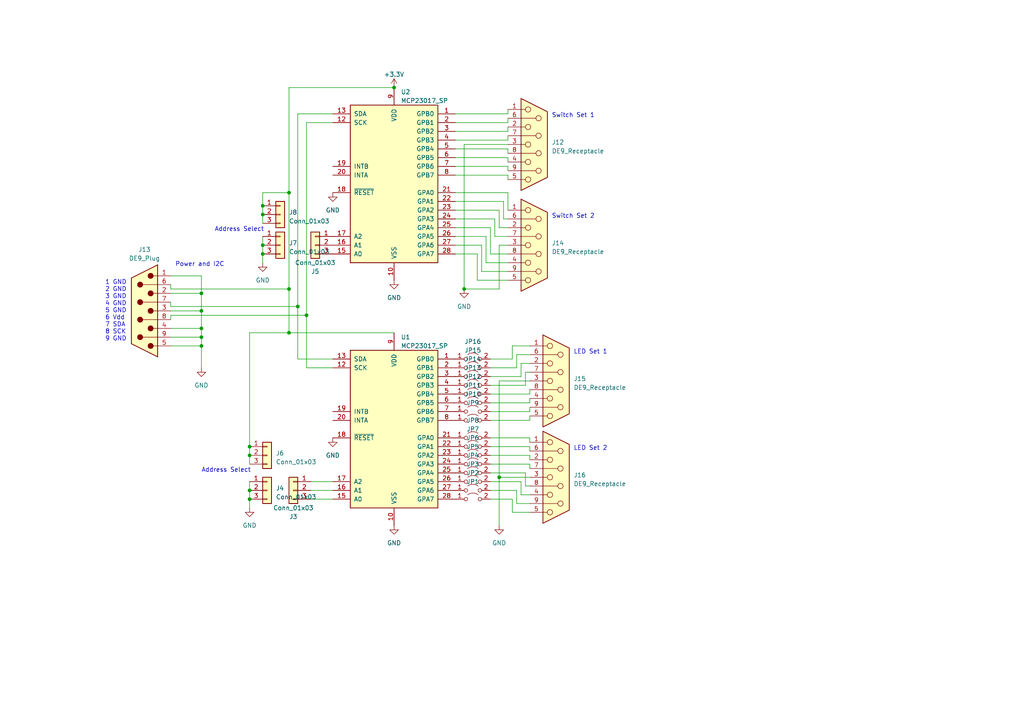
<source format=kicad_sch>
(kicad_sch (version 20230121) (generator eeschema)
  (paper "A4")
  (title_block (title "16 Switch, 16 LED I/O Board") (date "28-May-2023") (rev "-"))
  (lib_symbols
    (symbol "Connector:DE9_Plug" (pin_names (offset 1.016) hide)
      (property "Reference" "J" (at 0 13.97 0))
      (property "Value" "DE9_Plug" (at 0 -14.605 0))
      (symbol "DE9_Plug_0_1"
        (circle (center -1.778 -10.16) (radius 0.762) (fill (type outline)))
        (circle (center -1.778 -5.08) (radius 0.762) (fill (type outline)))
        (circle (center -1.778 0) (radius 0.762) (fill (type outline)))
        (circle (center -1.778 5.08) (radius 0.762) (fill (type outline)))
        (circle (center -1.778 10.16) (radius 0.762) (fill (type outline)))
        (polyline (pts (xy -3.81 -10.16) (xy -2.54 -10.16)))
        (polyline (pts (xy -3.81 -7.62) (xy 0.508 -7.62)))
        (polyline (pts (xy -3.81 -5.08) (xy -2.54 -5.08)))
        (polyline (pts (xy -3.81 -2.54) (xy 0.508 -2.54)))
        (polyline (pts (xy -3.81 0) (xy -2.54 0)))
        (polyline (pts (xy -3.81 2.54) (xy 0.508 2.54)))
        (polyline (pts (xy -3.81 5.08) (xy -2.54 5.08)))
        (polyline (pts (xy -3.81 7.62) (xy 0.508 7.62)))
        (polyline (pts (xy -3.81 10.16) (xy -2.54 10.16)))
        (polyline (pts (xy -3.81 -13.335) (xy -3.81 13.335) (xy 3.81 9.525) (xy 3.81 -9.525) (xy -3.81 -13.335)) (stroke (width 0.254)) (fill (type background)))
        (circle (center 1.27 -7.62) (radius 0.762) (fill (type outline)))
        (circle (center 1.27 -2.54) (radius 0.762) (fill (type outline)))
        (circle (center 1.27 2.54) (radius 0.762) (fill (type outline)))
        (circle (center 1.27 7.62) (radius 0.762) (fill (type outline)))
      )
      (symbol "DE9_Plug_1_1"
        (pin passive line (at -7.62 -10.16 0) (length 3.81) (name "1") (number "1"))
        (pin passive line (at -7.62 -5.08 0) (length 3.81) (name "2") (number "2"))
        (pin passive line (at -7.62 0 0) (length 3.81) (name "3") (number "3"))
        (pin passive line (at -7.62 5.08 0) (length 3.81) (name "4") (number "4"))
        (pin passive line (at -7.62 10.16 0) (length 3.81) (name "5") (number "5"))
        (pin passive line (at -7.62 -7.62 0) (length 3.81) (name "6") (number "6"))
        (pin passive line (at -7.62 -2.54 0) (length 3.81) (name "7") (number "7"))
        (pin passive line (at -7.62 2.54 0) (length 3.81) (name "8") (number "8"))
        (pin passive line (at -7.62 7.62 0) (length 3.81) (name "9") (number "9"))
      )
    )
    (symbol "Connector:DE9_Receptacle" (pin_names (offset 1.016) hide)
      (property "Reference" "J" (at 0 13.97 0))
      (property "Value" "DE9_Receptacle" (at 0 -14.605 0))
      (symbol "DE9_Receptacle_0_1"
        (circle (center -1.778 -10.16) (radius 0.762))
        (circle (center -1.778 -5.08) (radius 0.762))
        (circle (center -1.778 0) (radius 0.762))
        (circle (center -1.778 5.08) (radius 0.762))
        (circle (center -1.778 10.16) (radius 0.762))
        (polyline (pts (xy -3.81 -10.16) (xy -2.54 -10.16)))
        (polyline (pts (xy -3.81 -7.62) (xy 0.508 -7.62)))
        (polyline (pts (xy -3.81 -5.08) (xy -2.54 -5.08)))
        (polyline (pts (xy -3.81 -2.54) (xy 0.508 -2.54)))
        (polyline (pts (xy -3.81 0) (xy -2.54 0)))
        (polyline (pts (xy -3.81 2.54) (xy 0.508 2.54)))
        (polyline (pts (xy -3.81 5.08) (xy -2.54 5.08)))
        (polyline (pts (xy -3.81 7.62) (xy 0.508 7.62)))
        (polyline (pts (xy -3.81 10.16) (xy -2.54 10.16)))
        (polyline (pts (xy -3.81 13.335) (xy -3.81 -13.335) (xy 3.81 -9.525) (xy 3.81 9.525) (xy -3.81 13.335)) (stroke (width 0.254)) (fill (type background)))
        (circle (center 1.27 -7.62) (radius 0.762))
        (circle (center 1.27 -2.54) (radius 0.762))
        (circle (center 1.27 2.54) (radius 0.762))
        (circle (center 1.27 7.62) (radius 0.762))
      )
      (symbol "DE9_Receptacle_1_1"
        (pin passive line (at -7.62 10.16 0) (length 3.81) (name "1") (number "1"))
        (pin passive line (at -7.62 5.08 0) (length 3.81) (name "2") (number "2"))
        (pin passive line (at -7.62 0 0) (length 3.81) (name "3") (number "3"))
        (pin passive line (at -7.62 -5.08 0) (length 3.81) (name "4") (number "4"))
        (pin passive line (at -7.62 -10.16 0) (length 3.81) (name "5") (number "5"))
        (pin passive line (at -7.62 7.62 0) (length 3.81) (name "6") (number "6"))
        (pin passive line (at -7.62 2.54 0) (length 3.81) (name "7") (number "7"))
        (pin passive line (at -7.62 -2.54 0) (length 3.81) (name "8") (number "8"))
        (pin passive line (at -7.62 -7.62 0) (length 3.81) (name "9") (number "9"))
      )
    )
    (symbol "Connector_Generic:Conn_01x03" (pin_names (offset 1.016) hide)
      (property "Reference" "J" (at 0 5.08 0))
      (property "Value" "Conn_01x03" (at 0 -5.08 0))
      (symbol "Conn_01x03_1_1"
        (rectangle (start -1.27 -2.413) (end 0 -2.667) (stroke (width 0.1524)))
        (rectangle (start -1.27 0.127) (end 0 -0.127) (stroke (width 0.1524)))
        (rectangle (start -1.27 2.667) (end 0 2.413) (stroke (width 0.1524)))
        (rectangle (start -1.27 3.81) (end 1.27 -3.81) (stroke (width 0.254)) (fill (type background)))
        (pin passive line (at -5.08 2.54 0) (length 3.81) (name "Pin_1") (number "1"))
        (pin passive line (at -5.08 0 0) (length 3.81) (name "Pin_2") (number "2"))
        (pin passive line (at -5.08 -2.54 0) (length 3.81) (name "Pin_3") (number "3"))
      )
    )
    (symbol "Interface_Expansion:MCP23017_SP" (pin_names (offset 1.016))
      (property "Reference" "U" (at -11.43 24.13 0))
      (property "Value" "MCP23017_SP" (at 0 0 0))
      (symbol "MCP23017_SP_0_1"
        (rectangle (start -12.7 22.86) (end 12.7 -22.86) (stroke (width 0.254)) (fill (type background)))
      )
      (symbol "MCP23017_SP_1_1"
        (pin bidirectional line (at 17.78 20.32 180) (length 5.08) (name "GPB0") (number "1"))
        (pin power_in line (at 0 -27.94 90) (length 5.08) (name "VSS") (number "10"))
        (pin no_connect line (at -12.7 15.24 0) (length 5.08) hide (name "NC") (number "11"))
        (pin input line (at -17.78 17.78 0) (length 5.08) (name "SCK") (number "12"))
        (pin bidirectional line (at -17.78 20.32 0) (length 5.08) (name "SDA") (number "13"))
        (pin no_connect line (at -12.7 12.7 0) (length 5.08) hide (name "NC") (number "14"))
        (pin input line (at -17.78 -20.32 0) (length 5.08) (name "A0") (number "15"))
        (pin input line (at -17.78 -17.78 0) (length 5.08) (name "A1") (number "16"))
        (pin input line (at -17.78 -15.24 0) (length 5.08) (name "A2") (number "17"))
        (pin input line (at -17.78 -2.54 0) (length 5.08) (name "~{RESET}") (number "18"))
        (pin tri_state line (at -17.78 5.08 0) (length 5.08) (name "INTB") (number "19"))
        (pin bidirectional line (at 17.78 17.78 180) (length 5.08) (name "GPB1") (number "2"))
        (pin tri_state line (at -17.78 2.54 0) (length 5.08) (name "INTA") (number "20"))
        (pin bidirectional line (at 17.78 -2.54 180) (length 5.08) (name "GPA0") (number "21"))
        (pin bidirectional line (at 17.78 -5.08 180) (length 5.08) (name "GPA1") (number "22"))
        (pin bidirectional line (at 17.78 -7.62 180) (length 5.08) (name "GPA2") (number "23"))
        (pin bidirectional line (at 17.78 -10.16 180) (length 5.08) (name "GPA3") (number "24"))
        (pin bidirectional line (at 17.78 -12.7 180) (length 5.08) (name "GPA4") (number "25"))
        (pin bidirectional line (at 17.78 -15.24 180) (length 5.08) (name "GPA5") (number "26"))
        (pin bidirectional line (at 17.78 -17.78 180) (length 5.08) (name "GPA6") (number "27"))
        (pin bidirectional line (at 17.78 -20.32 180) (length 5.08) (name "GPA7") (number "28"))
        (pin bidirectional line (at 17.78 15.24 180) (length 5.08) (name "GPB2") (number "3"))
        (pin bidirectional line (at 17.78 12.7 180) (length 5.08) (name "GPB3") (number "4"))
        (pin bidirectional line (at 17.78 10.16 180) (length 5.08) (name "GPB4") (number "5"))
        (pin bidirectional line (at 17.78 7.62 180) (length 5.08) (name "GPB5") (number "6"))
        (pin bidirectional line (at 17.78 5.08 180) (length 5.08) (name "GPB6") (number "7"))
        (pin bidirectional line (at 17.78 2.54 180) (length 5.08) (name "GPB7") (number "8"))
        (pin power_in line (at 0 27.94 270) (length 5.08) (name "VDD") (number "9"))
      )
    )
    (symbol "Jumper:Jumper_2_Open" (pin_names (offset 0) hide)
      (property "Reference" "JP" (at 0 2.794 0))
      (property "Value" "Jumper_2_Open" (at 0 -2.286 0))
      (symbol "Jumper_2_Open_0_0"
        (circle (center -2.032 0) (radius 0.508))
        (circle (center 2.032 0) (radius 0.508))
      )
      (symbol "Jumper_2_Open_0_1"
        (arc (start 1.524 1.27) (mid 0 1.778) (end -1.524 1.27))
      )
      (symbol "Jumper_2_Open_1_1"
        (pin passive line (at -5.08 0 0) (length 2.54) (name "A") (number "1"))
        (pin passive line (at 5.08 0 180) (length 2.54) (name "B") (number "2"))
      )
    )
    (symbol "power:+3.3V" (power) (pin_names (offset 0))
      (property "Value" "+3.3V" (at 0 3.556 0))
      (symbol "+3.3V_0_1"
        (polyline (pts (xy -0.762 1.27) (xy 0 2.54)))
        (polyline (pts (xy 0 0) (xy 0 2.54)))
        (polyline (pts (xy 0 2.54) (xy 0.762 1.27)))
      )
      (symbol "+3.3V_1_1"
        (pin power_in line (at 0 0 90) (length 0) hide (name "+3.3V") (number "1"))
      )
    )
    (symbol "power:GND" (power) (pin_names (offset 0))
      (property "Value" "GND" (at 0 -3.81 0))
      (symbol "GND_0_1"
        (polyline (pts (xy 0 0) (xy 0 -1.27) (xy 1.27 -1.27) (xy 0 -2.54) (xy -1.27 -1.27) (xy 0 -1.27)))
      )
      (symbol "GND_1_1"
        (pin power_in line (at 0 0 270) (length 0) hide (name "GND") (number "1"))
      )
    )
  )
  (junction (at 76.2 71.12))
  (junction (at 144.78 138.43))
  (junction (at 72.39 129.54))
  (junction (at 76.2 59.69))
  (junction (at 88.9 91.44))
  (junction (at 76.2 62.23))
  (junction (at 58.42 100.33))
  (junction (at 134.62 83.82))
  (junction (at 58.42 97.79))
  (junction (at 83.82 55.88))
  (junction (at 58.42 95.25))
  (junction (at 72.39 132.08))
  (junction (at 114.3 25.4))
  (junction (at 72.39 142.24))
  (junction (at 58.42 90.17))
  (junction (at 83.82 96.52))
  (junction (at 83.82 83.82))
  (junction (at 72.39 144.78))
  (junction (at 76.2 73.66))
  (junction (at 58.42 85.09))
  (junction (at 86.36 88.9))
  (wire (pts (xy 49.53 83.82) (xy 49.53 82.55)))
  (wire (pts (xy 58.42 80.01) (xy 58.42 85.09)))
  (wire (pts (xy 149.86 146.05) (xy 153.67 146.05)))
  (wire (pts (xy 76.2 59.69) (xy 76.2 62.23)))
  (wire (pts (xy 142.24 121.92) (xy 153.67 121.92)))
  (wire (pts (xy 132.08 63.5) (xy 143.51 63.5)))
  (wire (pts (xy 142.24 111.76) (xy 152.4 111.76)))
  (wire (pts (xy 153.67 121.92) (xy 153.67 120.65)))
  (wire (pts (xy 132.08 50.8) (xy 147.32 50.8)))
  (wire (pts (xy 142.24 104.14) (xy 148.59 104.14)))
  (wire (pts (xy 142.24 142.24) (xy 149.86 142.24)))
  (wire (pts (xy 76.2 68.58) (xy 76.2 71.12)))
  (wire (pts (xy 72.39 96.52) (xy 83.82 96.52)))
  (wire (pts (xy 132.08 68.58) (xy 140.97 68.58)))
  (wire (pts (xy 148.59 104.14) (xy 148.59 100.33)))
  (wire (pts (xy 144.78 66.04) (xy 147.32 66.04)))
  (wire (pts (xy 142.24 114.3) (xy 153.67 114.3)))
  (wire (pts (xy 153.67 132.08) (xy 153.67 133.35)))
  (wire (pts (xy 88.9 106.68) (xy 96.52 106.68)))
  (wire (pts (xy 132.08 55.88) (xy 147.32 55.88)))
  (wire (pts (xy 146.05 63.5) (xy 147.32 63.5)))
  (wire (pts (xy 147.32 48.26) (xy 147.32 49.53)))
  (wire (pts (xy 132.08 58.42) (xy 146.05 58.42)))
  (wire (pts (xy 152.4 107.95) (xy 153.67 107.95)))
  (wire (pts (xy 142.24 137.16) (xy 152.4 137.16)))
  (wire (pts (xy 76.2 71.12) (xy 76.2 73.66)))
  (wire (pts (xy 149.86 142.24) (xy 149.86 146.05)))
  (wire (pts (xy 147.32 40.64) (xy 147.32 39.37)))
  (wire (pts (xy 140.97 76.2) (xy 147.32 76.2)))
  (wire (pts (xy 86.36 88.9) (xy 86.36 104.14)))
  (wire (pts (xy 147.32 43.18) (xy 147.32 44.45)))
  (wire (pts (xy 83.82 55.88) (xy 83.82 83.82)))
  (wire (pts (xy 72.39 142.24) (xy 72.39 144.78)))
  (wire (pts (xy 83.82 83.82) (xy 83.82 96.52)))
  (wire (pts (xy 49.53 100.33) (xy 58.42 100.33)))
  (wire (pts (xy 149.86 102.87) (xy 153.67 102.87)))
  (wire (pts (xy 132.08 43.18) (xy 147.32 43.18)))
  (wire (pts (xy 49.53 91.44) (xy 49.53 92.71)))
  (wire (pts (xy 144.78 138.43) (xy 144.78 152.4)))
  (wire (pts (xy 142.24 109.22) (xy 151.13 109.22)))
  (wire (pts (xy 72.39 132.08) (xy 72.39 134.62)))
  (wire (pts (xy 142.24 132.08) (xy 153.67 132.08)))
  (wire (pts (xy 96.52 33.02) (xy 86.36 33.02)))
  (wire (pts (xy 144.78 138.43) (xy 153.67 138.43)))
  (wire (pts (xy 142.24 127) (xy 153.67 127)))
  (wire (pts (xy 49.53 91.44) (xy 88.9 91.44)))
  (wire (pts (xy 147.32 45.72) (xy 147.32 46.99)))
  (wire (pts (xy 142.24 66.04) (xy 142.24 73.66)))
  (wire (pts (xy 49.53 85.09) (xy 58.42 85.09)))
  (wire (pts (xy 142.24 106.68) (xy 149.86 106.68)))
  (wire (pts (xy 143.51 68.58) (xy 147.32 68.58)))
  (wire (pts (xy 49.53 88.9) (xy 86.36 88.9)))
  (wire (pts (xy 151.13 105.41) (xy 153.67 105.41)))
  (wire (pts (xy 151.13 143.51) (xy 153.67 143.51)))
  (wire (pts (xy 49.53 95.25) (xy 58.42 95.25)))
  (wire (pts (xy 138.43 73.66) (xy 138.43 81.28)))
  (wire (pts (xy 153.67 119.38) (xy 153.67 118.11)))
  (wire (pts (xy 83.82 25.4) (xy 114.3 25.4)))
  (wire (pts (xy 153.67 134.62) (xy 153.67 135.89)))
  (wire (pts (xy 132.08 35.56) (xy 147.32 35.56)))
  (wire (pts (xy 132.08 48.26) (xy 147.32 48.26)))
  (wire (pts (xy 152.4 140.97) (xy 153.67 140.97)))
  (wire (pts (xy 132.08 40.64) (xy 147.32 40.64)))
  (wire (pts (xy 142.24 116.84) (xy 153.67 116.84)))
  (wire (pts (xy 72.39 129.54) (xy 72.39 132.08)))
  (wire (pts (xy 72.39 139.7) (xy 72.39 142.24)))
  (wire (pts (xy 86.36 104.14) (xy 96.52 104.14)))
  (wire (pts (xy 144.78 71.12) (xy 144.78 83.82)))
  (wire (pts (xy 132.08 38.1) (xy 147.32 38.1)))
  (wire (pts (xy 142.24 144.78) (xy 148.59 144.78)))
  (wire (pts (xy 142.24 73.66) (xy 147.32 73.66)))
  (wire (pts (xy 96.52 35.56) (xy 88.9 35.56)))
  (wire (pts (xy 142.24 139.7) (xy 151.13 139.7)))
  (wire (pts (xy 148.59 144.78) (xy 148.59 148.59)))
  (wire (pts (xy 72.39 144.78) (xy 72.39 147.32)))
  (wire (pts (xy 58.42 95.25) (xy 58.42 97.79)))
  (wire (pts (xy 86.36 33.02) (xy 86.36 88.9)))
  (wire (pts (xy 147.32 55.88) (xy 147.32 60.96)))
  (wire (pts (xy 153.67 129.54) (xy 153.67 130.81)))
  (wire (pts (xy 148.59 148.59) (xy 153.67 148.59)))
  (wire (pts (xy 146.05 58.42) (xy 146.05 63.5)))
  (wire (pts (xy 49.53 97.79) (xy 58.42 97.79)))
  (wire (pts (xy 58.42 97.79) (xy 58.42 100.33)))
  (wire (pts (xy 58.42 90.17) (xy 58.42 95.25)))
  (wire (pts (xy 88.9 35.56) (xy 88.9 91.44)))
  (wire (pts (xy 147.32 33.02) (xy 147.32 31.75)))
  (wire (pts (xy 76.2 59.69) (xy 76.2 55.88)))
  (wire (pts (xy 153.67 127) (xy 153.67 128.27)))
  (wire (pts (xy 152.4 137.16) (xy 152.4 140.97)))
  (wire (pts (xy 144.78 60.96) (xy 144.78 66.04)))
  (wire (pts (xy 49.53 80.01) (xy 58.42 80.01)))
  (wire (pts (xy 49.53 88.9) (xy 49.53 87.63)))
  (wire (pts (xy 132.08 73.66) (xy 138.43 73.66)))
  (wire (pts (xy 83.82 55.88) (xy 83.82 25.4)))
  (wire (pts (xy 76.2 62.23) (xy 76.2 64.77)))
  (wire (pts (xy 143.51 63.5) (xy 143.51 68.58)))
  (wire (pts (xy 49.53 83.82) (xy 83.82 83.82)))
  (wire (pts (xy 134.62 41.91) (xy 134.62 83.82)))
  (wire (pts (xy 153.67 114.3) (xy 153.67 113.03)))
  (wire (pts (xy 151.13 139.7) (xy 151.13 143.51)))
  (wire (pts (xy 147.32 38.1) (xy 147.32 36.83)))
  (wire (pts (xy 90.17 142.24) (xy 96.52 142.24)))
  (wire (pts (xy 153.67 116.84) (xy 153.67 115.57)))
  (wire (pts (xy 58.42 100.33) (xy 58.42 106.68)))
  (wire (pts (xy 148.59 100.33) (xy 153.67 100.33)))
  (wire (pts (xy 151.13 109.22) (xy 151.13 105.41)))
  (wire (pts (xy 140.97 68.58) (xy 140.97 76.2)))
  (wire (pts (xy 134.62 41.91) (xy 147.32 41.91)))
  (wire (pts (xy 142.24 129.54) (xy 153.67 129.54)))
  (wire (pts (xy 147.32 71.12) (xy 144.78 71.12)))
  (wire (pts (xy 72.39 129.54) (xy 72.39 96.52)))
  (wire (pts (xy 132.08 33.02) (xy 147.32 33.02)))
  (wire (pts (xy 153.67 110.49) (xy 144.78 110.49)))
  (wire (pts (xy 76.2 73.66) (xy 76.2 76.2)))
  (wire (pts (xy 149.86 106.68) (xy 149.86 102.87)))
  (wire (pts (xy 132.08 71.12) (xy 139.7 71.12)))
  (wire (pts (xy 142.24 119.38) (xy 153.67 119.38)))
  (wire (pts (xy 132.08 45.72) (xy 147.32 45.72)))
  (wire (pts (xy 139.7 71.12) (xy 139.7 78.74)))
  (wire (pts (xy 90.17 139.7) (xy 96.52 139.7)))
  (wire (pts (xy 139.7 78.74) (xy 147.32 78.74)))
  (wire (pts (xy 152.4 111.76) (xy 152.4 107.95)))
  (wire (pts (xy 132.08 66.04) (xy 142.24 66.04)))
  (wire (pts (xy 76.2 55.88) (xy 83.82 55.88)))
  (wire (pts (xy 138.43 81.28) (xy 147.32 81.28)))
  (wire (pts (xy 58.42 85.09) (xy 58.42 90.17)))
  (wire (pts (xy 88.9 91.44) (xy 88.9 106.68)))
  (wire (pts (xy 49.53 90.17) (xy 58.42 90.17)))
  (wire (pts (xy 132.08 60.96) (xy 144.78 60.96)))
  (wire (pts (xy 144.78 110.49) (xy 144.78 138.43)))
  (wire (pts (xy 147.32 50.8) (xy 147.32 52.07)))
  (wire (pts (xy 90.17 144.78) (xy 96.52 144.78)))
  (wire (pts (xy 114.3 96.52) (xy 83.82 96.52)))
  (wire (pts (xy 134.62 83.82) (xy 144.78 83.82)))
  (wire (pts (xy 147.32 35.56) (xy 147.32 34.29)))
  (wire (pts (xy 142.24 134.62) (xy 153.67 134.62)))
  (text "1 GND\n2 GND\n3 GND\n4 GND\n5 GND\n6 Vdd\n7 SDA\n8 SCK\n9 GND" (at 30.48 99.06 0) (effects (font (size 1.27 1.27)) (justify left bottom)))
  (text "Power and I2C" (at 50.8 77.47 0) (effects (font (size 1.27 1.27)) (justify left bottom)))
  (text "Switch Set 1" (at 160.02 34.29 0) (effects (font (size 1.27 1.27)) (justify left bottom)))
  (text "Address Select" (at 58.42 137.16 0) (effects (font (size 1.27 1.27)) (justify left bottom)))
  (text "Address Select" (at 62.23 67.31 0) (effects (font (size 1.27 1.27)) (justify left bottom)))
  (text "LED Set 1" (at 166.37 102.87 0) (effects (font (size 1.27 1.27)) (justify left bottom)))
  (text "LED Set 2" (at 166.37 130.81 0) (effects (font (size 1.27 1.27)) (justify left bottom)))
  (text "Switch Set 2" (at 160.02 63.5 0) (effects (font (size 1.27 1.27)) (justify left bottom)))
  (symbol (lib_id "Jumper:Jumper_2_Open") (at 137.16 111.76 0) (unit 1)
    (property "Reference" "JP13" (at 137.16 106.68 0))
    (property "Value" "Jumper_2_Open" (effects hide))
    (property "Footprint" "Resistor_THT:R_Axial_DIN0207_L6.3mm_D2.5mm_P10.16mm_Horizontal" (effects hide))
  )
  (symbol (lib_id "Jumper:Jumper_2_Open") (at 137.16 142.24 0) (unit 1)
    (property "Reference" "JP2" (at 137.16 137.16 0))
    (property "Value" "Jumper_2_Open" (effects hide))
    (property "Footprint" "Resistor_THT:R_Axial_DIN0207_L6.3mm_D2.5mm_P10.16mm_Horizontal" (effects hide))
  )
  (symbol (lib_id "Jumper:Jumper_2_Open") (at 137.16 129.54 0) (unit 1)
    (property "Reference" "JP7" (at 137.16 124.46 0))
    (property "Value" "Jumper_2_Open" (effects hide))
    (property "Footprint" "Resistor_THT:R_Axial_DIN0207_L6.3mm_D2.5mm_P10.16mm_Horizontal" (effects hide))
  )
  (symbol (lib_id "Interface_Expansion:MCP23017_SP") (at 114.3 53.34 0) (unit 1)
    (property "Reference" "U2" (at 116.2559 26.67 0) (effects (justify left)))
    (property "Value" "MCP23017_SP" (at 116.2559 29.21 0) (effects (justify left)))
    (property "Footprint" "Package_DIP:DIP-28_W7.62mm" (effects hide))
    (property "Datasheet" "http://ww1.microchip.com/downloads/en/DeviceDoc/20001952C.pdf" (effects hide))
  )
  (symbol (lib_id "Jumper:Jumper_2_Open") (at 137.16 119.38 0) (unit 1)
    (property "Reference" "JP10" (at 137.16 114.3 0))
    (property "Value" "Jumper_2_Open" (effects hide))
    (property "Footprint" "Resistor_THT:R_Axial_DIN0207_L6.3mm_D2.5mm_P10.16mm_Horizontal" (effects hide))
  )
  (symbol (lib_id "Jumper:Jumper_2_Open") (at 137.16 137.16 0) (unit 1)
    (property "Reference" "JP4" (at 137.16 132.08 0))
    (property "Value" "Jumper_2_Open" (effects hide))
    (property "Footprint" "Resistor_THT:R_Axial_DIN0207_L6.3mm_D2.5mm_P10.16mm_Horizontal" (effects hide))
  )
  (symbol (lib_id "power:+3.3V") (at 114.3 25.4 0) (unit 1)
    (property "Reference" "#PWR01" (effects hide))
    (property "Value" "+3.3V" (at 114.3 21.59 0))
  )
  (symbol (lib_id "Connector_Generic:Conn_01x03") (at 81.28 62.23 0) (unit 1)
    (property "Reference" "J8" (at 83.82 61.595 0) (effects (justify left)))
    (property "Value" "Conn_01x03" (at 83.82 64.135 0) (effects (justify left)))
    (property "Footprint" "Connector_PinSocket_2.54mm:PinSocket_1x03_P2.54mm_Vertical" (effects hide))
  )
  (symbol (lib_id "power:GND") (at 72.39 147.32 0) (unit 1)
    (property "Reference" "#PWR02" (effects hide))
    (property "Value" "GND" (at 72.39 152.4 0))
  )
  (symbol (lib_id "Jumper:Jumper_2_Open") (at 137.16 144.78 0) (unit 1)
    (property "Reference" "JP1" (at 137.16 139.7 0))
    (property "Value" "Jumper_2_Open" (effects hide))
    (property "Footprint" "Resistor_THT:R_Axial_DIN0207_L6.3mm_D2.5mm_P10.16mm_Horizontal" (effects hide))
  )
  (symbol (lib_id "Connector:DE9_Plug") (at 41.91 90.17 180) (unit 1)
    (property "Reference" "J13" (at 41.91 72.39 0))
    (property "Value" "DE9_Plug" (at 41.91 74.93 0))
    (property "Footprint" "Connector_Dsub:DSUB-9_Male_Horizontal_P2.77x2.84mm_EdgePinOffset4.94mm_Housed_MountingHolesOffset7.48mm" (effects hide))
    (property "Datasheet" " ~" (effects hide))
  )
  (symbol (lib_id "Jumper:Jumper_2_Open") (at 137.16 134.62 0) (unit 1)
    (property "Reference" "JP5" (at 137.16 129.54 0))
    (property "Value" "Jumper_2_Open" (effects hide))
    (property "Footprint" "Resistor_THT:R_Axial_DIN0207_L6.3mm_D2.5mm_P10.16mm_Horizontal" (effects hide))
  )
  (symbol (lib_id "Connector:DE9_Receptacle") (at 161.29 138.43 0) (unit 1)
    (property "Reference" "J16" (at 166.37 137.795 0) (effects (justify left)))
    (property "Value" "DE9_Receptacle" (at 166.37 140.335 0) (effects (justify left)))
    (property "Footprint" "Connector_Dsub:DSUB-9_Female_Vertical_P2.77x2.84mm" (effects hide))
    (property "Datasheet" " ~" (effects hide))
  )
  (symbol (lib_id "power:GND") (at 96.52 55.88 0) (unit 1)
    (property "Reference" "#PWR03" (effects hide))
    (property "Value" "GND" (at 96.52 60.96 0))
  )
  (symbol (lib_id "power:GND") (at 144.78 152.4 0) (unit 1)
    (property "Reference" "#PWR06" (effects hide))
    (property "Value" "GND" (at 144.78 157.48 0))
  )
  (symbol (lib_id "Connector:DE9_Receptacle") (at 161.29 110.49 0) (unit 1)
    (property "Reference" "J15" (at 166.37 109.855 0) (effects (justify left)))
    (property "Value" "DE9_Receptacle" (at 166.37 112.395 0) (effects (justify left)))
    (property "Footprint" "Connector_Dsub:DSUB-9_Female_Vertical_P2.77x2.84mm" (effects hide))
    (property "Datasheet" " ~" (effects hide))
  )
  (symbol (lib_id "Jumper:Jumper_2_Open") (at 137.16 114.3 0) (unit 1)
    (property "Reference" "JP12" (at 137.16 109.22 0))
    (property "Value" "Jumper_2_Open" (effects hide))
    (property "Footprint" "Resistor_THT:R_Axial_DIN0207_L6.3mm_D2.5mm_P10.16mm_Horizontal" (effects hide))
  )
  (symbol (lib_id "Connector_Generic:Conn_01x03") (at 81.28 71.12 0) (unit 1)
    (property "Reference" "J7" (at 83.82 70.485 0) (effects (justify left)))
    (property "Value" "Conn_01x03" (at 83.82 73.025 0) (effects (justify left)))
    (property "Footprint" "Connector_PinSocket_2.54mm:PinSocket_1x03_P2.54mm_Vertical" (effects hide))
  )
  (symbol (lib_id "power:GND") (at 76.2 76.2 0) (unit 1)
    (property "Reference" "#PWR010" (effects hide))
    (property "Value" "GND" (at 76.2 81.28 0))
  )
  (symbol (lib_id "Jumper:Jumper_2_Open") (at 137.16 116.84 0) (unit 1)
    (property "Reference" "JP11" (at 137.16 111.76 0))
    (property "Value" "Jumper_2_Open" (effects hide))
    (property "Footprint" "Resistor_THT:R_Axial_DIN0207_L6.3mm_D2.5mm_P10.16mm_Horizontal" (effects hide))
  )
  (symbol (lib_id "power:GND") (at 114.3 81.28 0) (unit 1)
    (property "Reference" "#PWR09" (effects hide))
    (property "Value" "GND" (at 114.3 86.36 0))
  )
  (symbol (lib_id "power:GND") (at 134.62 83.82 0) (unit 1)
    (property "Reference" "#PWR05" (effects hide))
    (property "Value" "GND" (at 134.62 88.9 0))
  )
  (symbol (lib_id "Jumper:Jumper_2_Open") (at 137.16 121.92 0) (unit 1)
    (property "Reference" "JP9" (at 137.16 116.84 0))
    (property "Value" "Jumper_2_Open" (effects hide))
    (property "Footprint" "Resistor_THT:R_Axial_DIN0207_L6.3mm_D2.5mm_P10.16mm_Horizontal" (effects hide))
  )
  (symbol (lib_id "Jumper:Jumper_2_Open") (at 137.16 132.08 0) (unit 1)
    (property "Reference" "JP6" (at 137.16 127 0))
    (property "Value" "Jumper_2_Open" (effects hide))
    (property "Footprint" "Resistor_THT:R_Axial_DIN0207_L6.3mm_D2.5mm_P10.16mm_Horizontal" (effects hide))
  )
  (symbol (lib_id "Interface_Expansion:MCP23017_SP") (at 114.3 124.46 0) (unit 1)
    (property "Reference" "U1" (at 116.2559 97.79 0) (effects (justify left)))
    (property "Value" "MCP23017_SP" (at 116.2559 100.33 0) (effects (justify left)))
    (property "Footprint" "Package_DIP:DIP-28_W7.62mm" (effects hide))
    (property "Datasheet" "http://ww1.microchip.com/downloads/en/DeviceDoc/20001952C.pdf" (effects hide))
  )
  (symbol (lib_id "power:GND") (at 96.52 127 0) (unit 1)
    (property "Reference" "#PWR04" (effects hide))
    (property "Value" "GND" (at 96.52 132.08 0))
  )
  (symbol (lib_id "Jumper:Jumper_2_Open") (at 137.16 139.7 0) (unit 1)
    (property "Reference" "JP3" (at 137.16 134.62 0))
    (property "Value" "Jumper_2_Open" (effects hide))
    (property "Footprint" "Resistor_THT:R_Axial_DIN0207_L6.3mm_D2.5mm_P10.16mm_Horizontal" (effects hide))
  )
  (symbol (lib_id "Connector_Generic:Conn_01x03") (at 77.47 142.24 0) (unit 1)
    (property "Reference" "J4" (at 80.01 141.605 0) (effects (justify left)))
    (property "Value" "Conn_01x03" (at 80.01 144.145 0) (effects (justify left)))
    (property "Footprint" "Connector_PinSocket_2.54mm:PinSocket_1x03_P2.54mm_Vertical" (effects hide))
  )
  (symbol (lib_id "power:GND") (at 114.3 152.4 0) (unit 1)
    (property "Reference" "#PWR08" (effects hide))
    (property "Value" "GND" (at 114.3 157.48 0))
  )
  (symbol (lib_id "Connector_Generic:Conn_01x03") (at 77.47 132.08 0) (unit 1)
    (property "Reference" "J6" (at 80.01 131.445 0) (effects (justify left)))
    (property "Value" "Conn_01x03" (at 80.01 133.985 0) (effects (justify left)))
    (property "Footprint" "Connector_PinSocket_2.54mm:PinSocket_1x03_P2.54mm_Vertical" (effects hide))
  )
  (symbol (lib_id "power:GND") (at 58.42 106.68 0) (unit 1)
    (property "Reference" "#PWR07" (effects hide))
    (property "Value" "GND" (at 58.42 111.76 0))
  )
  (symbol (lib_id "Connector:DE9_Receptacle") (at 154.94 71.12 0) (unit 1)
    (property "Reference" "J14" (at 160.02 70.485 0) (effects (justify left)))
    (property "Value" "DE9_Receptacle" (at 160.02 73.025 0) (effects (justify left)))
    (property "Footprint" "Connector_Dsub:DSUB-9_Female_Vertical_P2.77x2.84mm" (effects hide))
    (property "Datasheet" " ~" (effects hide))
  )
  (symbol (lib_id "Connector_Generic:Conn_01x03") (at 91.44 71.12 0) (mirror y) (unit 1)
    (property "Reference" "J5" (at 91.44 78.74 0))
    (property "Value" "Conn_01x03" (at 91.44 76.2 0))
    (property "Footprint" "Connector_PinSocket_2.54mm:PinSocket_1x03_P2.54mm_Vertical" (effects hide))
  )
  (symbol (lib_id "Jumper:Jumper_2_Open") (at 137.16 127 0) (unit 1)
    (property "Reference" "JP8" (at 137.16 121.92 0))
    (property "Value" "Jumper_2_Open" (effects hide))
    (property "Footprint" "Resistor_THT:R_Axial_DIN0207_L6.3mm_D2.5mm_P10.16mm_Horizontal" (effects hide))
  )
  (symbol (lib_id "Jumper:Jumper_2_Open") (at 137.16 106.68 0) (unit 1)
    (property "Reference" "JP15" (at 137.16 101.6 0))
    (property "Value" "Jumper_2_Open" (effects hide))
    (property "Footprint" "Resistor_THT:R_Axial_DIN0207_L6.3mm_D2.5mm_P10.16mm_Horizontal" (effects hide))
  )
  (symbol (lib_id "Jumper:Jumper_2_Open") (at 137.16 104.14 0) (unit 1)
    (property "Reference" "JP16" (at 137.16 99.06 0))
    (property "Value" "Jumper_2_Open" (effects hide))
    (property "Footprint" "Resistor_THT:R_Axial_DIN0207_L6.3mm_D2.5mm_P10.16mm_Horizontal" (effects hide))
  )
  (symbol (lib_id "Jumper:Jumper_2_Open") (at 137.16 109.22 0) (unit 1)
    (property "Reference" "JP14" (at 137.16 104.14 0))
    (property "Value" "Jumper_2_Open" (effects hide))
    (property "Footprint" "Resistor_THT:R_Axial_DIN0207_L6.3mm_D2.5mm_P10.16mm_Horizontal" (effects hide))
  )
  (symbol (lib_id "Connector_Generic:Conn_01x03") (at 85.09 142.24 0) (mirror y) (unit 1)
    (property "Reference" "J3" (at 85.09 149.86 0))
    (property "Value" "Conn_01x03" (at 85.09 147.32 0))
    (property "Footprint" "Connector_PinSocket_2.54mm:PinSocket_1x03_P2.54mm_Vertical" (effects hide))
  )
  (symbol (lib_id "Connector:DE9_Receptacle") (at 154.94 41.91 0) (unit 1)
    (property "Reference" "J12" (at 160.02 41.275 0) (effects (justify left)))
    (property "Value" "DE9_Receptacle" (at 160.02 43.815 0) (effects (justify left)))
    (property "Footprint" "Connector_Dsub:DSUB-9_Female_Vertical_P2.77x2.84mm" (effects hide))
    (property "Datasheet" " ~" (effects hide))
  )
)
</source>
